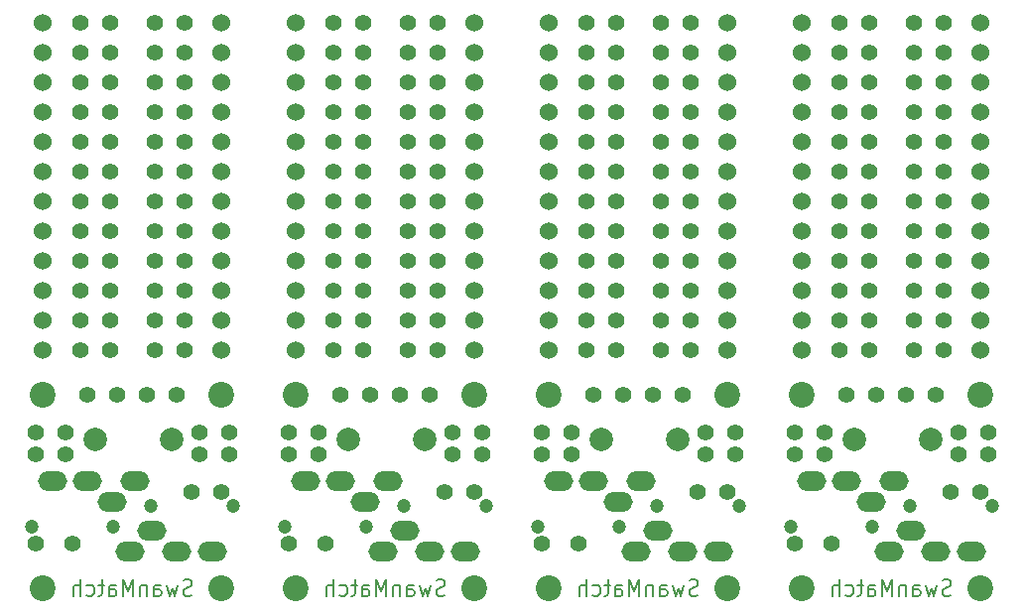
<source format=gbs>
G04 #@! TF.GenerationSoftware,KiCad,Pcbnew,5.0.0-fee4fd1~66~ubuntu18.04.1*
G04 #@! TF.CreationDate,2018-09-17T00:42:53+09:00*
G04 #@! TF.ProjectId,MxLEDBit,4D784C45444269742E6B696361645F70,1*
G04 #@! TF.SameCoordinates,Original*
G04 #@! TF.FileFunction,Soldermask,Bot*
G04 #@! TF.FilePolarity,Negative*
%FSLAX46Y46*%
G04 Gerber Fmt 4.6, Leading zero omitted, Abs format (unit mm)*
G04 Created by KiCad (PCBNEW 5.0.0-fee4fd1~66~ubuntu18.04.1) date Mon Sep 17 00:42:53 2018*
%MOMM*%
%LPD*%
G01*
G04 APERTURE LIST*
%ADD10C,0.200000*%
%ADD11C,2.200000*%
%ADD12C,2.000000*%
%ADD13C,1.397000*%
%ADD14C,1.200000*%
%ADD15O,2.500000X1.700000*%
%ADD16C,1.524000*%
G04 APERTURE END LIST*
D10*
X106041190Y-97721666D02*
X105855476Y-97788333D01*
X105545952Y-97788333D01*
X105422142Y-97721666D01*
X105360238Y-97655000D01*
X105298333Y-97521666D01*
X105298333Y-97388333D01*
X105360238Y-97255000D01*
X105422142Y-97188333D01*
X105545952Y-97121666D01*
X105793571Y-97055000D01*
X105917380Y-96988333D01*
X105979285Y-96921666D01*
X106041190Y-96788333D01*
X106041190Y-96655000D01*
X105979285Y-96521666D01*
X105917380Y-96455000D01*
X105793571Y-96388333D01*
X105484047Y-96388333D01*
X105298333Y-96455000D01*
X104865000Y-96855000D02*
X104617380Y-97788333D01*
X104369761Y-97121666D01*
X104122142Y-97788333D01*
X103874523Y-96855000D01*
X102822142Y-97788333D02*
X102822142Y-97055000D01*
X102884047Y-96921666D01*
X103007857Y-96855000D01*
X103255476Y-96855000D01*
X103379285Y-96921666D01*
X102822142Y-97721666D02*
X102945952Y-97788333D01*
X103255476Y-97788333D01*
X103379285Y-97721666D01*
X103441190Y-97588333D01*
X103441190Y-97455000D01*
X103379285Y-97321666D01*
X103255476Y-97255000D01*
X102945952Y-97255000D01*
X102822142Y-97188333D01*
X102203095Y-96855000D02*
X102203095Y-97788333D01*
X102203095Y-96988333D02*
X102141190Y-96921666D01*
X102017380Y-96855000D01*
X101831666Y-96855000D01*
X101707857Y-96921666D01*
X101645952Y-97055000D01*
X101645952Y-97788333D01*
X101026904Y-97788333D02*
X101026904Y-96388333D01*
X100593571Y-97388333D01*
X100160238Y-96388333D01*
X100160238Y-97788333D01*
X98984047Y-97788333D02*
X98984047Y-97055000D01*
X99045952Y-96921666D01*
X99169761Y-96855000D01*
X99417380Y-96855000D01*
X99541190Y-96921666D01*
X98984047Y-97721666D02*
X99107857Y-97788333D01*
X99417380Y-97788333D01*
X99541190Y-97721666D01*
X99603095Y-97588333D01*
X99603095Y-97455000D01*
X99541190Y-97321666D01*
X99417380Y-97255000D01*
X99107857Y-97255000D01*
X98984047Y-97188333D01*
X98550714Y-96855000D02*
X98055476Y-96855000D01*
X98365000Y-96388333D02*
X98365000Y-97588333D01*
X98303095Y-97721666D01*
X98179285Y-97788333D01*
X98055476Y-97788333D01*
X97065000Y-97721666D02*
X97188809Y-97788333D01*
X97436428Y-97788333D01*
X97560238Y-97721666D01*
X97622142Y-97655000D01*
X97684047Y-97521666D01*
X97684047Y-97121666D01*
X97622142Y-96988333D01*
X97560238Y-96921666D01*
X97436428Y-96855000D01*
X97188809Y-96855000D01*
X97065000Y-96921666D01*
X96507857Y-97788333D02*
X96507857Y-96388333D01*
X95950714Y-97788333D02*
X95950714Y-97055000D01*
X96012619Y-96921666D01*
X96136428Y-96855000D01*
X96322142Y-96855000D01*
X96445952Y-96921666D01*
X96507857Y-96988333D01*
X127631190Y-97721666D02*
X127445476Y-97788333D01*
X127135952Y-97788333D01*
X127012142Y-97721666D01*
X126950238Y-97655000D01*
X126888333Y-97521666D01*
X126888333Y-97388333D01*
X126950238Y-97255000D01*
X127012142Y-97188333D01*
X127135952Y-97121666D01*
X127383571Y-97055000D01*
X127507380Y-96988333D01*
X127569285Y-96921666D01*
X127631190Y-96788333D01*
X127631190Y-96655000D01*
X127569285Y-96521666D01*
X127507380Y-96455000D01*
X127383571Y-96388333D01*
X127074047Y-96388333D01*
X126888333Y-96455000D01*
X126455000Y-96855000D02*
X126207380Y-97788333D01*
X125959761Y-97121666D01*
X125712142Y-97788333D01*
X125464523Y-96855000D01*
X124412142Y-97788333D02*
X124412142Y-97055000D01*
X124474047Y-96921666D01*
X124597857Y-96855000D01*
X124845476Y-96855000D01*
X124969285Y-96921666D01*
X124412142Y-97721666D02*
X124535952Y-97788333D01*
X124845476Y-97788333D01*
X124969285Y-97721666D01*
X125031190Y-97588333D01*
X125031190Y-97455000D01*
X124969285Y-97321666D01*
X124845476Y-97255000D01*
X124535952Y-97255000D01*
X124412142Y-97188333D01*
X123793095Y-96855000D02*
X123793095Y-97788333D01*
X123793095Y-96988333D02*
X123731190Y-96921666D01*
X123607380Y-96855000D01*
X123421666Y-96855000D01*
X123297857Y-96921666D01*
X123235952Y-97055000D01*
X123235952Y-97788333D01*
X122616904Y-97788333D02*
X122616904Y-96388333D01*
X122183571Y-97388333D01*
X121750238Y-96388333D01*
X121750238Y-97788333D01*
X120574047Y-97788333D02*
X120574047Y-97055000D01*
X120635952Y-96921666D01*
X120759761Y-96855000D01*
X121007380Y-96855000D01*
X121131190Y-96921666D01*
X120574047Y-97721666D02*
X120697857Y-97788333D01*
X121007380Y-97788333D01*
X121131190Y-97721666D01*
X121193095Y-97588333D01*
X121193095Y-97455000D01*
X121131190Y-97321666D01*
X121007380Y-97255000D01*
X120697857Y-97255000D01*
X120574047Y-97188333D01*
X120140714Y-96855000D02*
X119645476Y-96855000D01*
X119955000Y-96388333D02*
X119955000Y-97588333D01*
X119893095Y-97721666D01*
X119769285Y-97788333D01*
X119645476Y-97788333D01*
X118655000Y-97721666D02*
X118778809Y-97788333D01*
X119026428Y-97788333D01*
X119150238Y-97721666D01*
X119212142Y-97655000D01*
X119274047Y-97521666D01*
X119274047Y-97121666D01*
X119212142Y-96988333D01*
X119150238Y-96921666D01*
X119026428Y-96855000D01*
X118778809Y-96855000D01*
X118655000Y-96921666D01*
X118097857Y-97788333D02*
X118097857Y-96388333D01*
X117540714Y-97788333D02*
X117540714Y-97055000D01*
X117602619Y-96921666D01*
X117726428Y-96855000D01*
X117912142Y-96855000D01*
X118035952Y-96921666D01*
X118097857Y-96988333D01*
X149221190Y-97721666D02*
X149035476Y-97788333D01*
X148725952Y-97788333D01*
X148602142Y-97721666D01*
X148540238Y-97655000D01*
X148478333Y-97521666D01*
X148478333Y-97388333D01*
X148540238Y-97255000D01*
X148602142Y-97188333D01*
X148725952Y-97121666D01*
X148973571Y-97055000D01*
X149097380Y-96988333D01*
X149159285Y-96921666D01*
X149221190Y-96788333D01*
X149221190Y-96655000D01*
X149159285Y-96521666D01*
X149097380Y-96455000D01*
X148973571Y-96388333D01*
X148664047Y-96388333D01*
X148478333Y-96455000D01*
X148045000Y-96855000D02*
X147797380Y-97788333D01*
X147549761Y-97121666D01*
X147302142Y-97788333D01*
X147054523Y-96855000D01*
X146002142Y-97788333D02*
X146002142Y-97055000D01*
X146064047Y-96921666D01*
X146187857Y-96855000D01*
X146435476Y-96855000D01*
X146559285Y-96921666D01*
X146002142Y-97721666D02*
X146125952Y-97788333D01*
X146435476Y-97788333D01*
X146559285Y-97721666D01*
X146621190Y-97588333D01*
X146621190Y-97455000D01*
X146559285Y-97321666D01*
X146435476Y-97255000D01*
X146125952Y-97255000D01*
X146002142Y-97188333D01*
X145383095Y-96855000D02*
X145383095Y-97788333D01*
X145383095Y-96988333D02*
X145321190Y-96921666D01*
X145197380Y-96855000D01*
X145011666Y-96855000D01*
X144887857Y-96921666D01*
X144825952Y-97055000D01*
X144825952Y-97788333D01*
X144206904Y-97788333D02*
X144206904Y-96388333D01*
X143773571Y-97388333D01*
X143340238Y-96388333D01*
X143340238Y-97788333D01*
X142164047Y-97788333D02*
X142164047Y-97055000D01*
X142225952Y-96921666D01*
X142349761Y-96855000D01*
X142597380Y-96855000D01*
X142721190Y-96921666D01*
X142164047Y-97721666D02*
X142287857Y-97788333D01*
X142597380Y-97788333D01*
X142721190Y-97721666D01*
X142783095Y-97588333D01*
X142783095Y-97455000D01*
X142721190Y-97321666D01*
X142597380Y-97255000D01*
X142287857Y-97255000D01*
X142164047Y-97188333D01*
X141730714Y-96855000D02*
X141235476Y-96855000D01*
X141545000Y-96388333D02*
X141545000Y-97588333D01*
X141483095Y-97721666D01*
X141359285Y-97788333D01*
X141235476Y-97788333D01*
X140245000Y-97721666D02*
X140368809Y-97788333D01*
X140616428Y-97788333D01*
X140740238Y-97721666D01*
X140802142Y-97655000D01*
X140864047Y-97521666D01*
X140864047Y-97121666D01*
X140802142Y-96988333D01*
X140740238Y-96921666D01*
X140616428Y-96855000D01*
X140368809Y-96855000D01*
X140245000Y-96921666D01*
X139687857Y-97788333D02*
X139687857Y-96388333D01*
X139130714Y-97788333D02*
X139130714Y-97055000D01*
X139192619Y-96921666D01*
X139316428Y-96855000D01*
X139502142Y-96855000D01*
X139625952Y-96921666D01*
X139687857Y-96988333D01*
X170811190Y-97721666D02*
X170625476Y-97788333D01*
X170315952Y-97788333D01*
X170192142Y-97721666D01*
X170130238Y-97655000D01*
X170068333Y-97521666D01*
X170068333Y-97388333D01*
X170130238Y-97255000D01*
X170192142Y-97188333D01*
X170315952Y-97121666D01*
X170563571Y-97055000D01*
X170687380Y-96988333D01*
X170749285Y-96921666D01*
X170811190Y-96788333D01*
X170811190Y-96655000D01*
X170749285Y-96521666D01*
X170687380Y-96455000D01*
X170563571Y-96388333D01*
X170254047Y-96388333D01*
X170068333Y-96455000D01*
X169635000Y-96855000D02*
X169387380Y-97788333D01*
X169139761Y-97121666D01*
X168892142Y-97788333D01*
X168644523Y-96855000D01*
X167592142Y-97788333D02*
X167592142Y-97055000D01*
X167654047Y-96921666D01*
X167777857Y-96855000D01*
X168025476Y-96855000D01*
X168149285Y-96921666D01*
X167592142Y-97721666D02*
X167715952Y-97788333D01*
X168025476Y-97788333D01*
X168149285Y-97721666D01*
X168211190Y-97588333D01*
X168211190Y-97455000D01*
X168149285Y-97321666D01*
X168025476Y-97255000D01*
X167715952Y-97255000D01*
X167592142Y-97188333D01*
X166973095Y-96855000D02*
X166973095Y-97788333D01*
X166973095Y-96988333D02*
X166911190Y-96921666D01*
X166787380Y-96855000D01*
X166601666Y-96855000D01*
X166477857Y-96921666D01*
X166415952Y-97055000D01*
X166415952Y-97788333D01*
X165796904Y-97788333D02*
X165796904Y-96388333D01*
X165363571Y-97388333D01*
X164930238Y-96388333D01*
X164930238Y-97788333D01*
X163754047Y-97788333D02*
X163754047Y-97055000D01*
X163815952Y-96921666D01*
X163939761Y-96855000D01*
X164187380Y-96855000D01*
X164311190Y-96921666D01*
X163754047Y-97721666D02*
X163877857Y-97788333D01*
X164187380Y-97788333D01*
X164311190Y-97721666D01*
X164373095Y-97588333D01*
X164373095Y-97455000D01*
X164311190Y-97321666D01*
X164187380Y-97255000D01*
X163877857Y-97255000D01*
X163754047Y-97188333D01*
X163320714Y-96855000D02*
X162825476Y-96855000D01*
X163135000Y-96388333D02*
X163135000Y-97588333D01*
X163073095Y-97721666D01*
X162949285Y-97788333D01*
X162825476Y-97788333D01*
X161835000Y-97721666D02*
X161958809Y-97788333D01*
X162206428Y-97788333D01*
X162330238Y-97721666D01*
X162392142Y-97655000D01*
X162454047Y-97521666D01*
X162454047Y-97121666D01*
X162392142Y-96988333D01*
X162330238Y-96921666D01*
X162206428Y-96855000D01*
X161958809Y-96855000D01*
X161835000Y-96921666D01*
X161277857Y-97788333D02*
X161277857Y-96388333D01*
X160720714Y-97788333D02*
X160720714Y-97055000D01*
X160782619Y-96921666D01*
X160906428Y-96855000D01*
X161092142Y-96855000D01*
X161215952Y-96921666D01*
X161277857Y-96988333D01*
D11*
G04 #@! TO.C,HOLE_M2*
X93345000Y-97155000D03*
G04 #@! TD*
G04 #@! TO.C,HOLE_M2*
X114935000Y-97155000D03*
G04 #@! TD*
G04 #@! TO.C,HOLE_M2*
X136525000Y-97155000D03*
G04 #@! TD*
D12*
G04 #@! TO.C,RESET1*
X97790000Y-84455000D03*
X104290000Y-84455000D03*
G04 #@! TD*
G04 #@! TO.C,RESET1*
X119380000Y-84455000D03*
X125880000Y-84455000D03*
G04 #@! TD*
G04 #@! TO.C,RESET1*
X140970000Y-84455000D03*
X147470000Y-84455000D03*
G04 #@! TD*
D11*
G04 #@! TO.C,HOLE_M2*
X108585000Y-97155000D03*
G04 #@! TD*
G04 #@! TO.C,HOLE_M2*
X130175000Y-97155000D03*
G04 #@! TD*
G04 #@! TO.C,HOLE_M2*
X151765000Y-97155000D03*
G04 #@! TD*
G04 #@! TO.C,HOLE_M2*
X93345000Y-80645000D03*
G04 #@! TD*
G04 #@! TO.C,HOLE_M2*
X114935000Y-80645000D03*
G04 #@! TD*
G04 #@! TO.C,HOLE_M2*
X136525000Y-80645000D03*
G04 #@! TD*
G04 #@! TO.C,HOLE_M2*
X108585000Y-80645000D03*
G04 #@! TD*
G04 #@! TO.C,HOLE_M2*
X130175000Y-80645000D03*
G04 #@! TD*
G04 #@! TO.C,HOLE_M2*
X151765000Y-80645000D03*
G04 #@! TD*
D13*
G04 #@! TO.C,P2*
X96520000Y-48895000D03*
G04 #@! TD*
G04 #@! TO.C,P2*
X118110000Y-48895000D03*
G04 #@! TD*
G04 #@! TO.C,P2*
X139700000Y-48895000D03*
G04 #@! TD*
G04 #@! TO.C,P2*
X96520000Y-51435000D03*
G04 #@! TD*
G04 #@! TO.C,P2*
X118110000Y-51435000D03*
G04 #@! TD*
G04 #@! TO.C,P2*
X139700000Y-51435000D03*
G04 #@! TD*
G04 #@! TO.C,P2*
X96520000Y-53975000D03*
G04 #@! TD*
G04 #@! TO.C,P2*
X118110000Y-53975000D03*
G04 #@! TD*
G04 #@! TO.C,P2*
X139700000Y-53975000D03*
G04 #@! TD*
G04 #@! TO.C,P2*
X96520000Y-56515000D03*
G04 #@! TD*
G04 #@! TO.C,P2*
X118110000Y-56515000D03*
G04 #@! TD*
G04 #@! TO.C,P2*
X139700000Y-56515000D03*
G04 #@! TD*
G04 #@! TO.C,P2*
X96520000Y-59055000D03*
G04 #@! TD*
G04 #@! TO.C,P2*
X118110000Y-59055000D03*
G04 #@! TD*
G04 #@! TO.C,P2*
X139700000Y-59055000D03*
G04 #@! TD*
G04 #@! TO.C,P2*
X105410000Y-56515000D03*
G04 #@! TD*
G04 #@! TO.C,P2*
X127000000Y-56515000D03*
G04 #@! TD*
G04 #@! TO.C,P2*
X148590000Y-56515000D03*
G04 #@! TD*
G04 #@! TO.C,P2*
X105410000Y-51435000D03*
G04 #@! TD*
G04 #@! TO.C,P2*
X127000000Y-51435000D03*
G04 #@! TD*
G04 #@! TO.C,P2*
X148590000Y-51435000D03*
G04 #@! TD*
G04 #@! TO.C,P2*
X105410000Y-53975000D03*
G04 #@! TD*
G04 #@! TO.C,P2*
X127000000Y-53975000D03*
G04 #@! TD*
G04 #@! TO.C,P2*
X148590000Y-53975000D03*
G04 #@! TD*
G04 #@! TO.C,P2*
X105410000Y-59055000D03*
G04 #@! TD*
G04 #@! TO.C,P2*
X127000000Y-59055000D03*
G04 #@! TD*
G04 #@! TO.C,P2*
X148590000Y-59055000D03*
G04 #@! TD*
G04 #@! TO.C,P2*
X105410000Y-48895000D03*
G04 #@! TD*
G04 #@! TO.C,P2*
X127000000Y-48895000D03*
G04 #@! TD*
G04 #@! TO.C,P2*
X148590000Y-48895000D03*
G04 #@! TD*
G04 #@! TO.C,P2*
X105410000Y-61595000D03*
G04 #@! TD*
G04 #@! TO.C,P2*
X127000000Y-61595000D03*
G04 #@! TD*
G04 #@! TO.C,P2*
X148590000Y-61595000D03*
G04 #@! TD*
G04 #@! TO.C,P2*
X99060000Y-51435000D03*
G04 #@! TD*
G04 #@! TO.C,P2*
X120650000Y-51435000D03*
G04 #@! TD*
G04 #@! TO.C,P2*
X142240000Y-51435000D03*
G04 #@! TD*
G04 #@! TO.C,P2*
X99060000Y-56515000D03*
G04 #@! TD*
G04 #@! TO.C,P2*
X120650000Y-56515000D03*
G04 #@! TD*
G04 #@! TO.C,P2*
X142240000Y-56515000D03*
G04 #@! TD*
G04 #@! TO.C,P2*
X99060000Y-53975000D03*
G04 #@! TD*
G04 #@! TO.C,P2*
X120650000Y-53975000D03*
G04 #@! TD*
G04 #@! TO.C,P2*
X142240000Y-53975000D03*
G04 #@! TD*
G04 #@! TO.C,P2*
X99060000Y-48895000D03*
G04 #@! TD*
G04 #@! TO.C,P2*
X120650000Y-48895000D03*
G04 #@! TD*
G04 #@! TO.C,P2*
X142240000Y-48895000D03*
G04 #@! TD*
G04 #@! TO.C,P2*
X99060000Y-59055000D03*
G04 #@! TD*
G04 #@! TO.C,P2*
X120650000Y-59055000D03*
G04 #@! TD*
G04 #@! TO.C,P2*
X142240000Y-59055000D03*
G04 #@! TD*
G04 #@! TO.C,DT*
X102870000Y-51435000D03*
G04 #@! TD*
G04 #@! TO.C,DT*
X124460000Y-51435000D03*
G04 #@! TD*
G04 #@! TO.C,DT*
X146050000Y-51435000D03*
G04 #@! TD*
G04 #@! TO.C,P2*
X102870000Y-56515000D03*
G04 #@! TD*
G04 #@! TO.C,P2*
X124460000Y-56515000D03*
G04 #@! TD*
G04 #@! TO.C,P2*
X146050000Y-56515000D03*
G04 #@! TD*
G04 #@! TO.C,P2*
X102870000Y-53975000D03*
G04 #@! TD*
G04 #@! TO.C,P2*
X124460000Y-53975000D03*
G04 #@! TD*
G04 #@! TO.C,P2*
X146050000Y-53975000D03*
G04 #@! TD*
G04 #@! TO.C,P2*
X102870000Y-48895000D03*
G04 #@! TD*
G04 #@! TO.C,P2*
X124460000Y-48895000D03*
G04 #@! TD*
G04 #@! TO.C,P2*
X146050000Y-48895000D03*
G04 #@! TD*
G04 #@! TO.C,P2*
X102870000Y-61595000D03*
G04 #@! TD*
G04 #@! TO.C,P2*
X124460000Y-61595000D03*
G04 #@! TD*
G04 #@! TO.C,P2*
X146050000Y-61595000D03*
G04 #@! TD*
D14*
G04 #@! TO.C,JACK*
X99355000Y-91880000D03*
X92355000Y-91880000D03*
D15*
X94155000Y-88030000D03*
X97155000Y-88030000D03*
X101155000Y-88030000D03*
X102655000Y-92230000D03*
G04 #@! TD*
D14*
G04 #@! TO.C,JACK*
X120945000Y-91880000D03*
X113945000Y-91880000D03*
D15*
X115745000Y-88030000D03*
X118745000Y-88030000D03*
X122745000Y-88030000D03*
X124245000Y-92230000D03*
G04 #@! TD*
D14*
G04 #@! TO.C,JACK*
X142535000Y-91880000D03*
X135535000Y-91880000D03*
D15*
X137335000Y-88030000D03*
X140335000Y-88030000D03*
X144335000Y-88030000D03*
X145835000Y-92230000D03*
G04 #@! TD*
D14*
G04 #@! TO.C,JACK*
X102575000Y-90130000D03*
X109575000Y-90130000D03*
D15*
X107775000Y-93980000D03*
X104775000Y-93980000D03*
X100775000Y-93980000D03*
X99275000Y-89780000D03*
G04 #@! TD*
D14*
G04 #@! TO.C,JACK*
X124165000Y-90130000D03*
X131165000Y-90130000D03*
D15*
X129365000Y-93980000D03*
X126365000Y-93980000D03*
X122365000Y-93980000D03*
X120865000Y-89780000D03*
G04 #@! TD*
D14*
G04 #@! TO.C,JACK*
X145755000Y-90130000D03*
X152755000Y-90130000D03*
D15*
X150955000Y-93980000D03*
X147955000Y-93980000D03*
X143955000Y-93980000D03*
X142455000Y-89780000D03*
G04 #@! TD*
D13*
G04 #@! TO.C,P2*
X102870000Y-59055000D03*
G04 #@! TD*
G04 #@! TO.C,P2*
X124460000Y-59055000D03*
G04 #@! TD*
G04 #@! TO.C,P2*
X146050000Y-59055000D03*
G04 #@! TD*
G04 #@! TO.C,DATA*
X92710000Y-93345000D03*
G04 #@! TD*
G04 #@! TO.C,DATA*
X114300000Y-93345000D03*
G04 #@! TD*
G04 #@! TO.C,DATA*
X135890000Y-93345000D03*
G04 #@! TD*
G04 #@! TO.C,A*
X95885000Y-93345000D03*
G04 #@! TD*
G04 #@! TO.C,A*
X117475000Y-93345000D03*
G04 #@! TD*
G04 #@! TO.C,A*
X139065000Y-93345000D03*
G04 #@! TD*
G04 #@! TO.C,A*
X106045000Y-88900000D03*
G04 #@! TD*
G04 #@! TO.C,A*
X127635000Y-88900000D03*
G04 #@! TD*
G04 #@! TO.C,A*
X149225000Y-88900000D03*
G04 #@! TD*
G04 #@! TO.C,DATA*
X108585000Y-88900000D03*
G04 #@! TD*
G04 #@! TO.C,DATA*
X130175000Y-88900000D03*
G04 #@! TD*
G04 #@! TO.C,DATA*
X151765000Y-88900000D03*
G04 #@! TD*
D16*
G04 #@! TO.C,U2*
X93345000Y-48895000D03*
X93345000Y-51435000D03*
X93345000Y-53975000D03*
X93345000Y-56515000D03*
X93345000Y-59055000D03*
X93345000Y-61595000D03*
X93345000Y-64135000D03*
X93345000Y-66675000D03*
X93345000Y-69215000D03*
X93345000Y-71755000D03*
X93345000Y-74295000D03*
X93345000Y-76835000D03*
X108585000Y-76835000D03*
X108585000Y-74295000D03*
X108585000Y-71755000D03*
X108585000Y-69215000D03*
X108585000Y-66675000D03*
X108585000Y-64135000D03*
X108585000Y-61595000D03*
X108585000Y-59055000D03*
X108585000Y-56515000D03*
X108585000Y-53975000D03*
X108585000Y-51435000D03*
X108585000Y-48895000D03*
G04 #@! TD*
G04 #@! TO.C,U2*
X114935000Y-48895000D03*
X114935000Y-51435000D03*
X114935000Y-53975000D03*
X114935000Y-56515000D03*
X114935000Y-59055000D03*
X114935000Y-61595000D03*
X114935000Y-64135000D03*
X114935000Y-66675000D03*
X114935000Y-69215000D03*
X114935000Y-71755000D03*
X114935000Y-74295000D03*
X114935000Y-76835000D03*
X130175000Y-76835000D03*
X130175000Y-74295000D03*
X130175000Y-71755000D03*
X130175000Y-69215000D03*
X130175000Y-66675000D03*
X130175000Y-64135000D03*
X130175000Y-61595000D03*
X130175000Y-59055000D03*
X130175000Y-56515000D03*
X130175000Y-53975000D03*
X130175000Y-51435000D03*
X130175000Y-48895000D03*
G04 #@! TD*
G04 #@! TO.C,U2*
X136525000Y-48895000D03*
X136525000Y-51435000D03*
X136525000Y-53975000D03*
X136525000Y-56515000D03*
X136525000Y-59055000D03*
X136525000Y-61595000D03*
X136525000Y-64135000D03*
X136525000Y-66675000D03*
X136525000Y-69215000D03*
X136525000Y-71755000D03*
X136525000Y-74295000D03*
X136525000Y-76835000D03*
X151765000Y-76835000D03*
X151765000Y-74295000D03*
X151765000Y-71755000D03*
X151765000Y-69215000D03*
X151765000Y-66675000D03*
X151765000Y-64135000D03*
X151765000Y-61595000D03*
X151765000Y-59055000D03*
X151765000Y-56515000D03*
X151765000Y-53975000D03*
X151765000Y-51435000D03*
X151765000Y-48895000D03*
G04 #@! TD*
D13*
G04 #@! TO.C,P2*
X96520000Y-61595000D03*
G04 #@! TD*
G04 #@! TO.C,P2*
X118110000Y-61595000D03*
G04 #@! TD*
G04 #@! TO.C,P2*
X139700000Y-61595000D03*
G04 #@! TD*
G04 #@! TO.C,P2*
X96520000Y-64135000D03*
G04 #@! TD*
G04 #@! TO.C,P2*
X118110000Y-64135000D03*
G04 #@! TD*
G04 #@! TO.C,P2*
X139700000Y-64135000D03*
G04 #@! TD*
G04 #@! TO.C,P2*
X96520000Y-66675000D03*
G04 #@! TD*
G04 #@! TO.C,P2*
X118110000Y-66675000D03*
G04 #@! TD*
G04 #@! TO.C,P2*
X139700000Y-66675000D03*
G04 #@! TD*
G04 #@! TO.C,P2*
X96520000Y-69215000D03*
G04 #@! TD*
G04 #@! TO.C,P2*
X118110000Y-69215000D03*
G04 #@! TD*
G04 #@! TO.C,P2*
X139700000Y-69215000D03*
G04 #@! TD*
G04 #@! TO.C,P2*
X96520000Y-76835000D03*
G04 #@! TD*
G04 #@! TO.C,P2*
X118110000Y-76835000D03*
G04 #@! TD*
G04 #@! TO.C,P2*
X139700000Y-76835000D03*
G04 #@! TD*
G04 #@! TO.C,P2*
X96520000Y-71755000D03*
G04 #@! TD*
G04 #@! TO.C,P2*
X118110000Y-71755000D03*
G04 #@! TD*
G04 #@! TO.C,P2*
X139700000Y-71755000D03*
G04 #@! TD*
G04 #@! TO.C,P2*
X96520000Y-74295000D03*
G04 #@! TD*
G04 #@! TO.C,P2*
X118110000Y-74295000D03*
G04 #@! TD*
G04 #@! TO.C,P2*
X139700000Y-74295000D03*
G04 #@! TD*
G04 #@! TO.C,P2*
X105410000Y-76835000D03*
G04 #@! TD*
G04 #@! TO.C,P2*
X127000000Y-76835000D03*
G04 #@! TD*
G04 #@! TO.C,P2*
X148590000Y-76835000D03*
G04 #@! TD*
G04 #@! TO.C,P2*
X105410000Y-74295000D03*
G04 #@! TD*
G04 #@! TO.C,P2*
X127000000Y-74295000D03*
G04 #@! TD*
G04 #@! TO.C,P2*
X148590000Y-74295000D03*
G04 #@! TD*
G04 #@! TO.C,P2*
X105410000Y-71755000D03*
G04 #@! TD*
G04 #@! TO.C,P2*
X127000000Y-71755000D03*
G04 #@! TD*
G04 #@! TO.C,P2*
X148590000Y-71755000D03*
G04 #@! TD*
G04 #@! TO.C,P2*
X105410000Y-64135000D03*
G04 #@! TD*
G04 #@! TO.C,P2*
X127000000Y-64135000D03*
G04 #@! TD*
G04 #@! TO.C,P2*
X148590000Y-64135000D03*
G04 #@! TD*
G04 #@! TO.C,P2*
X105410000Y-69215000D03*
G04 #@! TD*
G04 #@! TO.C,P2*
X127000000Y-69215000D03*
G04 #@! TD*
G04 #@! TO.C,P2*
X148590000Y-69215000D03*
G04 #@! TD*
G04 #@! TO.C,P2*
X105410000Y-66675000D03*
G04 #@! TD*
G04 #@! TO.C,P2*
X127000000Y-66675000D03*
G04 #@! TD*
G04 #@! TO.C,P2*
X148590000Y-66675000D03*
G04 #@! TD*
G04 #@! TO.C,OLED*
X104775000Y-80645000D03*
X102235000Y-80645000D03*
X99695000Y-80645000D03*
X97155000Y-80645000D03*
G04 #@! TD*
G04 #@! TO.C,OLED*
X126365000Y-80645000D03*
X123825000Y-80645000D03*
X121285000Y-80645000D03*
X118745000Y-80645000D03*
G04 #@! TD*
G04 #@! TO.C,OLED*
X147955000Y-80645000D03*
X145415000Y-80645000D03*
X142875000Y-80645000D03*
X140335000Y-80645000D03*
G04 #@! TD*
G04 #@! TO.C,P2*
X95250000Y-83820000D03*
G04 #@! TD*
G04 #@! TO.C,P2*
X116840000Y-83820000D03*
G04 #@! TD*
G04 #@! TO.C,P2*
X138430000Y-83820000D03*
G04 #@! TD*
G04 #@! TO.C,P2*
X92710000Y-83820000D03*
G04 #@! TD*
G04 #@! TO.C,P2*
X114300000Y-83820000D03*
G04 #@! TD*
G04 #@! TO.C,P2*
X135890000Y-83820000D03*
G04 #@! TD*
G04 #@! TO.C,P2*
X95250000Y-85725000D03*
G04 #@! TD*
G04 #@! TO.C,P2*
X116840000Y-85725000D03*
G04 #@! TD*
G04 #@! TO.C,P2*
X138430000Y-85725000D03*
G04 #@! TD*
G04 #@! TO.C,P2*
X92710000Y-85725000D03*
G04 #@! TD*
G04 #@! TO.C,P2*
X114300000Y-85725000D03*
G04 #@! TD*
G04 #@! TO.C,P2*
X135890000Y-85725000D03*
G04 #@! TD*
G04 #@! TO.C,P2*
X109220000Y-83820000D03*
G04 #@! TD*
G04 #@! TO.C,P2*
X130810000Y-83820000D03*
G04 #@! TD*
G04 #@! TO.C,P2*
X152400000Y-83820000D03*
G04 #@! TD*
G04 #@! TO.C,P2*
X106680000Y-83820000D03*
G04 #@! TD*
G04 #@! TO.C,P2*
X128270000Y-83820000D03*
G04 #@! TD*
G04 #@! TO.C,P2*
X149860000Y-83820000D03*
G04 #@! TD*
G04 #@! TO.C,P2*
X106680000Y-85725000D03*
G04 #@! TD*
G04 #@! TO.C,P2*
X128270000Y-85725000D03*
G04 #@! TD*
G04 #@! TO.C,P2*
X149860000Y-85725000D03*
G04 #@! TD*
G04 #@! TO.C,P2*
X109220000Y-85725000D03*
G04 #@! TD*
G04 #@! TO.C,P2*
X130810000Y-85725000D03*
G04 #@! TD*
G04 #@! TO.C,P2*
X152400000Y-85725000D03*
G04 #@! TD*
G04 #@! TO.C,P2*
X99060000Y-61595000D03*
G04 #@! TD*
G04 #@! TO.C,P2*
X120650000Y-61595000D03*
G04 #@! TD*
G04 #@! TO.C,P2*
X142240000Y-61595000D03*
G04 #@! TD*
G04 #@! TO.C,P2*
X99060000Y-74295000D03*
G04 #@! TD*
G04 #@! TO.C,P2*
X120650000Y-74295000D03*
G04 #@! TD*
G04 #@! TO.C,P2*
X142240000Y-74295000D03*
G04 #@! TD*
G04 #@! TO.C,P2*
X99060000Y-71755000D03*
G04 #@! TD*
G04 #@! TO.C,P2*
X120650000Y-71755000D03*
G04 #@! TD*
G04 #@! TO.C,P2*
X142240000Y-71755000D03*
G04 #@! TD*
G04 #@! TO.C,P2*
X99060000Y-76835000D03*
G04 #@! TD*
G04 #@! TO.C,P2*
X120650000Y-76835000D03*
G04 #@! TD*
G04 #@! TO.C,P2*
X142240000Y-76835000D03*
G04 #@! TD*
G04 #@! TO.C,P2*
X99060000Y-69215000D03*
G04 #@! TD*
G04 #@! TO.C,P2*
X120650000Y-69215000D03*
G04 #@! TD*
G04 #@! TO.C,P2*
X142240000Y-69215000D03*
G04 #@! TD*
G04 #@! TO.C,P2*
X99060000Y-66675000D03*
G04 #@! TD*
G04 #@! TO.C,P2*
X120650000Y-66675000D03*
G04 #@! TD*
G04 #@! TO.C,P2*
X142240000Y-66675000D03*
G04 #@! TD*
G04 #@! TO.C,P2*
X99060000Y-64135000D03*
G04 #@! TD*
G04 #@! TO.C,P2*
X120650000Y-64135000D03*
G04 #@! TD*
G04 #@! TO.C,P2*
X142240000Y-64135000D03*
G04 #@! TD*
G04 #@! TO.C,P2*
X102870000Y-66675000D03*
G04 #@! TD*
G04 #@! TO.C,P2*
X124460000Y-66675000D03*
G04 #@! TD*
G04 #@! TO.C,P2*
X146050000Y-66675000D03*
G04 #@! TD*
G04 #@! TO.C,P2*
X102870000Y-69215000D03*
G04 #@! TD*
G04 #@! TO.C,P2*
X124460000Y-69215000D03*
G04 #@! TD*
G04 #@! TO.C,P2*
X146050000Y-69215000D03*
G04 #@! TD*
G04 #@! TO.C,P2*
X102870000Y-64135000D03*
G04 #@! TD*
G04 #@! TO.C,P2*
X124460000Y-64135000D03*
G04 #@! TD*
G04 #@! TO.C,P2*
X146050000Y-64135000D03*
G04 #@! TD*
G04 #@! TO.C,P2*
X102870000Y-71755000D03*
G04 #@! TD*
G04 #@! TO.C,P2*
X124460000Y-71755000D03*
G04 #@! TD*
G04 #@! TO.C,P2*
X146050000Y-71755000D03*
G04 #@! TD*
G04 #@! TO.C,P2*
X102870000Y-74295000D03*
G04 #@! TD*
G04 #@! TO.C,P2*
X124460000Y-74295000D03*
G04 #@! TD*
G04 #@! TO.C,P2*
X146050000Y-74295000D03*
G04 #@! TD*
G04 #@! TO.C,P2*
X102870000Y-76835000D03*
G04 #@! TD*
G04 #@! TO.C,P2*
X124460000Y-76835000D03*
G04 #@! TD*
G04 #@! TO.C,P2*
X146050000Y-76835000D03*
G04 #@! TD*
D15*
G04 #@! TO.C,JACK*
X167425000Y-92230000D03*
X165925000Y-88030000D03*
X161925000Y-88030000D03*
X158925000Y-88030000D03*
D14*
X157125000Y-91880000D03*
X164125000Y-91880000D03*
G04 #@! TD*
D15*
G04 #@! TO.C,JACK*
X164045000Y-89780000D03*
X165545000Y-93980000D03*
X169545000Y-93980000D03*
X172545000Y-93980000D03*
D14*
X174345000Y-90130000D03*
X167345000Y-90130000D03*
G04 #@! TD*
D13*
G04 #@! TO.C,P2*
X167640000Y-76835000D03*
G04 #@! TD*
G04 #@! TO.C,P2*
X167640000Y-74295000D03*
G04 #@! TD*
G04 #@! TO.C,P2*
X167640000Y-71755000D03*
G04 #@! TD*
G04 #@! TO.C,P2*
X167640000Y-64135000D03*
G04 #@! TD*
G04 #@! TO.C,P2*
X167640000Y-69215000D03*
G04 #@! TD*
G04 #@! TO.C,P2*
X167640000Y-66675000D03*
G04 #@! TD*
G04 #@! TO.C,P2*
X163830000Y-64135000D03*
G04 #@! TD*
G04 #@! TO.C,P2*
X163830000Y-66675000D03*
G04 #@! TD*
G04 #@! TO.C,P2*
X163830000Y-69215000D03*
G04 #@! TD*
G04 #@! TO.C,P2*
X163830000Y-76835000D03*
G04 #@! TD*
G04 #@! TO.C,P2*
X163830000Y-71755000D03*
G04 #@! TD*
G04 #@! TO.C,P2*
X163830000Y-74295000D03*
G04 #@! TD*
G04 #@! TO.C,P2*
X163830000Y-61595000D03*
G04 #@! TD*
G04 #@! TO.C,P2*
X173990000Y-85725000D03*
G04 #@! TD*
G04 #@! TO.C,P2*
X171450000Y-85725000D03*
G04 #@! TD*
G04 #@! TO.C,P2*
X171450000Y-83820000D03*
G04 #@! TD*
G04 #@! TO.C,P2*
X173990000Y-83820000D03*
G04 #@! TD*
G04 #@! TO.C,P2*
X157480000Y-85725000D03*
G04 #@! TD*
G04 #@! TO.C,P2*
X160020000Y-85725000D03*
G04 #@! TD*
G04 #@! TO.C,P2*
X157480000Y-83820000D03*
G04 #@! TD*
G04 #@! TO.C,P2*
X160020000Y-83820000D03*
G04 #@! TD*
G04 #@! TO.C,OLED*
X161925000Y-80645000D03*
X164465000Y-80645000D03*
X167005000Y-80645000D03*
X169545000Y-80645000D03*
G04 #@! TD*
G04 #@! TO.C,P2*
X170180000Y-66675000D03*
G04 #@! TD*
G04 #@! TO.C,P2*
X170180000Y-69215000D03*
G04 #@! TD*
G04 #@! TO.C,P2*
X170180000Y-64135000D03*
G04 #@! TD*
G04 #@! TO.C,P2*
X170180000Y-71755000D03*
G04 #@! TD*
G04 #@! TO.C,P2*
X170180000Y-74295000D03*
G04 #@! TD*
G04 #@! TO.C,P2*
X170180000Y-76835000D03*
G04 #@! TD*
G04 #@! TO.C,P2*
X161290000Y-74295000D03*
G04 #@! TD*
G04 #@! TO.C,P2*
X161290000Y-71755000D03*
G04 #@! TD*
G04 #@! TO.C,P2*
X161290000Y-76835000D03*
G04 #@! TD*
G04 #@! TO.C,P2*
X161290000Y-69215000D03*
G04 #@! TD*
G04 #@! TO.C,P2*
X161290000Y-66675000D03*
G04 #@! TD*
G04 #@! TO.C,P2*
X161290000Y-64135000D03*
G04 #@! TD*
G04 #@! TO.C,P2*
X161290000Y-61595000D03*
G04 #@! TD*
D16*
G04 #@! TO.C,U2*
X173355000Y-48895000D03*
X173355000Y-51435000D03*
X173355000Y-53975000D03*
X173355000Y-56515000D03*
X173355000Y-59055000D03*
X173355000Y-61595000D03*
X173355000Y-64135000D03*
X173355000Y-66675000D03*
X173355000Y-69215000D03*
X173355000Y-71755000D03*
X173355000Y-74295000D03*
X173355000Y-76835000D03*
X158115000Y-76835000D03*
X158115000Y-74295000D03*
X158115000Y-71755000D03*
X158115000Y-69215000D03*
X158115000Y-66675000D03*
X158115000Y-64135000D03*
X158115000Y-61595000D03*
X158115000Y-59055000D03*
X158115000Y-56515000D03*
X158115000Y-53975000D03*
X158115000Y-51435000D03*
X158115000Y-48895000D03*
G04 #@! TD*
D13*
G04 #@! TO.C,DATA*
X173355000Y-88900000D03*
G04 #@! TD*
G04 #@! TO.C,A*
X170815000Y-88900000D03*
G04 #@! TD*
G04 #@! TO.C,A*
X160655000Y-93345000D03*
G04 #@! TD*
G04 #@! TO.C,DATA*
X157480000Y-93345000D03*
G04 #@! TD*
G04 #@! TO.C,P2*
X167640000Y-59055000D03*
G04 #@! TD*
G04 #@! TO.C,P2*
X167640000Y-61595000D03*
G04 #@! TD*
G04 #@! TO.C,P2*
X167640000Y-48895000D03*
G04 #@! TD*
G04 #@! TO.C,P2*
X167640000Y-53975000D03*
G04 #@! TD*
G04 #@! TO.C,P2*
X167640000Y-56515000D03*
G04 #@! TD*
G04 #@! TO.C,DT*
X167640000Y-51435000D03*
G04 #@! TD*
G04 #@! TO.C,P2*
X163830000Y-59055000D03*
G04 #@! TD*
G04 #@! TO.C,P2*
X163830000Y-48895000D03*
G04 #@! TD*
G04 #@! TO.C,P2*
X163830000Y-53975000D03*
G04 #@! TD*
G04 #@! TO.C,P2*
X163830000Y-56515000D03*
G04 #@! TD*
G04 #@! TO.C,P2*
X163830000Y-51435000D03*
G04 #@! TD*
G04 #@! TO.C,P2*
X170180000Y-61595000D03*
G04 #@! TD*
G04 #@! TO.C,P2*
X170180000Y-48895000D03*
G04 #@! TD*
G04 #@! TO.C,P2*
X170180000Y-59055000D03*
G04 #@! TD*
G04 #@! TO.C,P2*
X170180000Y-53975000D03*
G04 #@! TD*
G04 #@! TO.C,P2*
X170180000Y-51435000D03*
G04 #@! TD*
G04 #@! TO.C,P2*
X170180000Y-56515000D03*
G04 #@! TD*
G04 #@! TO.C,P2*
X161290000Y-59055000D03*
G04 #@! TD*
G04 #@! TO.C,P2*
X161290000Y-56515000D03*
G04 #@! TD*
G04 #@! TO.C,P2*
X161290000Y-53975000D03*
G04 #@! TD*
G04 #@! TO.C,P2*
X161290000Y-51435000D03*
G04 #@! TD*
G04 #@! TO.C,P2*
X161290000Y-48895000D03*
G04 #@! TD*
D11*
G04 #@! TO.C,HOLE_M2*
X173355000Y-80645000D03*
G04 #@! TD*
G04 #@! TO.C,HOLE_M2*
X158115000Y-80645000D03*
G04 #@! TD*
G04 #@! TO.C,HOLE_M2*
X173355000Y-97155000D03*
G04 #@! TD*
D12*
G04 #@! TO.C,RESET1*
X169060000Y-84455000D03*
X162560000Y-84455000D03*
G04 #@! TD*
D11*
G04 #@! TO.C,HOLE_M2*
X158115000Y-97155000D03*
G04 #@! TD*
M02*

</source>
